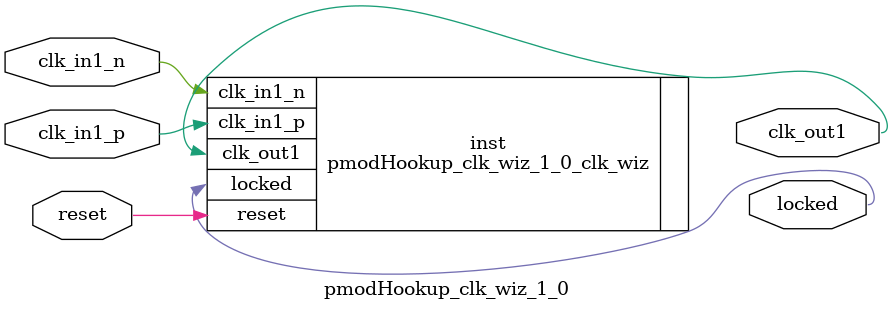
<source format=v>


`timescale 1ps/1ps

(* CORE_GENERATION_INFO = "pmodHookup_clk_wiz_1_0,clk_wiz_v6_0_6_0_0,{component_name=pmodHookup_clk_wiz_1_0,use_phase_alignment=true,use_min_o_jitter=false,use_max_i_jitter=false,use_dyn_phase_shift=false,use_inclk_switchover=false,use_dyn_reconfig=false,enable_axi=0,feedback_source=FDBK_AUTO,PRIMITIVE=MMCM,num_out_clk=1,clkin1_period=10.000,clkin2_period=10.000,use_power_down=false,use_reset=true,use_locked=true,use_inclk_stopped=false,feedback_type=SINGLE,CLOCK_MGR_TYPE=NA,manual_override=false}" *)

module pmodHookup_clk_wiz_1_0 
 (
  // Clock out ports
  output        clk_out1,
  // Status and control signals
  input         reset,
  output        locked,
 // Clock in ports
  input         clk_in1_p,
  input         clk_in1_n
 );

  pmodHookup_clk_wiz_1_0_clk_wiz inst
  (
  // Clock out ports  
  .clk_out1(clk_out1),
  // Status and control signals               
  .reset(reset), 
  .locked(locked),
 // Clock in ports
  .clk_in1_p(clk_in1_p),
  .clk_in1_n(clk_in1_n)
  );

endmodule

</source>
